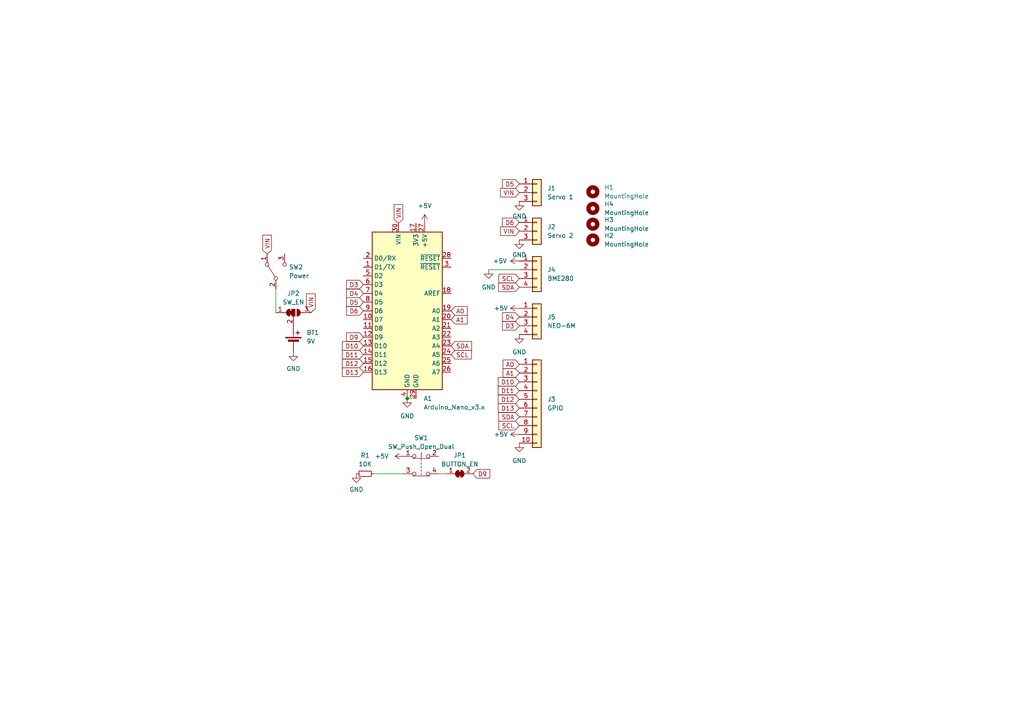
<source format=kicad_sch>
(kicad_sch (version 20230121) (generator eeschema)
  (paper "A4")
  (lib_symbols
    (symbol "Connector_Generic:Conn_01x03" (pin_names (offset 1.016) hide)
      (property "Reference" "J" (at 0 5.08 0))
      (property "Value" "Conn_01x03" (at 0 -5.08 0))
      (symbol "Conn_01x03_1_1"
        (rectangle (start -1.27 -2.413) (end 0 -2.667) (stroke (width 0.1524)))
        (rectangle (start -1.27 0.127) (end 0 -0.127) (stroke (width 0.1524)))
        (rectangle (start -1.27 2.667) (end 0 2.413) (stroke (width 0.1524)))
        (rectangle (start -1.27 3.81) (end 1.27 -3.81) (stroke (width 0.254)) (fill (type background)))
        (pin passive line (at -5.08 2.54 0) (length 3.81) (name "Pin_1") (number "1"))
        (pin passive line (at -5.08 0 0) (length 3.81) (name "Pin_2") (number "2"))
        (pin passive line (at -5.08 -2.54 0) (length 3.81) (name "Pin_3") (number "3"))
      )
    )
    (symbol "Connector_Generic:Conn_01x04" (pin_names (offset 1.016) hide)
      (property "Reference" "J" (at 0 5.08 0))
      (property "Value" "Conn_01x04" (at 0 -7.62 0))
      (symbol "Conn_01x04_1_1"
        (rectangle (start -1.27 -4.953) (end 0 -5.207) (stroke (width 0.1524)))
        (rectangle (start -1.27 -2.413) (end 0 -2.667) (stroke (width 0.1524)))
        (rectangle (start -1.27 0.127) (end 0 -0.127) (stroke (width 0.1524)))
        (rectangle (start -1.27 2.667) (end 0 2.413) (stroke (width 0.1524)))
        (rectangle (start -1.27 3.81) (end 1.27 -6.35) (stroke (width 0.254)) (fill (type background)))
        (pin passive line (at -5.08 2.54 0) (length 3.81) (name "Pin_1") (number "1"))
        (pin passive line (at -5.08 0 0) (length 3.81) (name "Pin_2") (number "2"))
        (pin passive line (at -5.08 -2.54 0) (length 3.81) (name "Pin_3") (number "3"))
        (pin passive line (at -5.08 -5.08 0) (length 3.81) (name "Pin_4") (number "4"))
      )
    )
    (symbol "Connector_Generic:Conn_01x10" (pin_names (offset 1.016) hide)
      (property "Reference" "J" (at 0 12.7 0))
      (property "Value" "Conn_01x10" (at 0 -15.24 0))
      (symbol "Conn_01x10_1_1"
        (rectangle (start -1.27 -12.573) (end 0 -12.827) (stroke (width 0.1524)))
        (rectangle (start -1.27 -10.033) (end 0 -10.287) (stroke (width 0.1524)))
        (rectangle (start -1.27 -7.493) (end 0 -7.747) (stroke (width 0.1524)))
        (rectangle (start -1.27 -4.953) (end 0 -5.207) (stroke (width 0.1524)))
        (rectangle (start -1.27 -2.413) (end 0 -2.667) (stroke (width 0.1524)))
        (rectangle (start -1.27 0.127) (end 0 -0.127) (stroke (width 0.1524)))
        (rectangle (start -1.27 2.667) (end 0 2.413) (stroke (width 0.1524)))
        (rectangle (start -1.27 5.207) (end 0 4.953) (stroke (width 0.1524)))
        (rectangle (start -1.27 7.747) (end 0 7.493) (stroke (width 0.1524)))
        (rectangle (start -1.27 10.287) (end 0 10.033) (stroke (width 0.1524)))
        (rectangle (start -1.27 11.43) (end 1.27 -13.97) (stroke (width 0.254)) (fill (type background)))
        (pin passive line (at -5.08 10.16 0) (length 3.81) (name "Pin_1") (number "1"))
        (pin passive line (at -5.08 -12.7 0) (length 3.81) (name "Pin_10") (number "10"))
        (pin passive line (at -5.08 7.62 0) (length 3.81) (name "Pin_2") (number "2"))
        (pin passive line (at -5.08 5.08 0) (length 3.81) (name "Pin_3") (number "3"))
        (pin passive line (at -5.08 2.54 0) (length 3.81) (name "Pin_4") (number "4"))
        (pin passive line (at -5.08 0 0) (length 3.81) (name "Pin_5") (number "5"))
        (pin passive line (at -5.08 -2.54 0) (length 3.81) (name "Pin_6") (number "6"))
        (pin passive line (at -5.08 -5.08 0) (length 3.81) (name "Pin_7") (number "7"))
        (pin passive line (at -5.08 -7.62 0) (length 3.81) (name "Pin_8") (number "8"))
        (pin passive line (at -5.08 -10.16 0) (length 3.81) (name "Pin_9") (number "9"))
      )
    )
    (symbol "Device:Battery_Cell" (pin_numbers hide) (pin_names (offset 0) hide)
      (property "Reference" "BT" (at 2.54 2.54 0))
      (property "Value" "Battery_Cell" (at 2.54 0 0))
      (symbol "Battery_Cell_0_1"
        (rectangle (start -2.286 1.778) (end 2.286 1.524) (fill (type outline)))
        (rectangle (start -1.524 1.016) (end 1.524 0.508) (fill (type outline)))
        (polyline (pts (xy 0 0.762) (xy 0 0)))
        (polyline (pts (xy 0 1.778) (xy 0 2.54)))
        (polyline (pts (xy 0.762 3.048) (xy 1.778 3.048)) (stroke (width 0.254)))
        (polyline (pts (xy 1.27 3.556) (xy 1.27 2.54)) (stroke (width 0.254)))
      )
      (symbol "Battery_Cell_1_1"
        (pin passive line (at 0 5.08 270) (length 2.54) (name "+") (number "1"))
        (pin passive line (at 0 -2.54 90) (length 2.54) (name "-") (number "2"))
      )
    )
    (symbol "Device:R_Small" (pin_numbers hide) (pin_names (offset 0.254) hide)
      (property "Reference" "R" (at 0.762 0.508 0))
      (property "Value" "R_Small" (at 0.762 -1.016 0))
      (symbol "R_Small_0_1"
        (rectangle (start -0.762 1.778) (end 0.762 -1.778) (stroke (width 0.2032)))
      )
      (symbol "R_Small_1_1"
        (pin passive line (at 0 2.54 270) (length 0.762) (name "~") (number "1"))
        (pin passive line (at 0 -2.54 90) (length 0.762) (name "~") (number "2"))
      )
    )
    (symbol "Jumper:SolderJumper_2_Bridged" (pin_names (offset 0) hide)
      (property "Reference" "JP" (at 0 2.032 0))
      (property "Value" "SolderJumper_2_Bridged" (at 0 -2.54 0))
      (symbol "SolderJumper_2_Bridged_0_1"
        (rectangle (start -0.508 0.508) (end 0.508 -0.508) (fill (type outline)))
        (arc (start -0.254 1.016) (mid -1.2656 0) (end -0.254 -1.016))
        (arc (start -0.254 1.016) (mid -1.2656 0) (end -0.254 -1.016) (fill (type outline)))
        (polyline (pts (xy -0.254 1.016) (xy -0.254 -1.016)))
        (polyline (pts (xy 0.254 1.016) (xy 0.254 -1.016)))
        (arc (start 0.254 -1.016) (mid 1.2656 0) (end 0.254 1.016))
        (arc (start 0.254 -1.016) (mid 1.2656 0) (end 0.254 1.016) (fill (type outline)))
      )
      (symbol "SolderJumper_2_Bridged_1_1"
        (pin passive line (at -3.81 0 0) (length 2.54) (name "A") (number "1"))
        (pin passive line (at 3.81 0 180) (length 2.54) (name "B") (number "2"))
      )
    )
    (symbol "Jumper:SolderJumper_3_Bridged12" (pin_names (offset 0) hide)
      (property "Reference" "JP" (at -2.54 -2.54 0))
      (property "Value" "SolderJumper_3_Bridged12" (at 0 2.794 0))
      (symbol "SolderJumper_3_Bridged12_0_1"
        (rectangle (start -1.016 0.508) (end -0.508 -0.508) (fill (type outline)))
        (arc (start -1.016 1.016) (mid -2.0276 0) (end -1.016 -1.016))
        (arc (start -1.016 1.016) (mid -2.0276 0) (end -1.016 -1.016) (fill (type outline)))
        (rectangle (start -0.508 1.016) (end 0.508 -1.016) (fill (type outline)))
        (polyline (pts (xy -2.54 0) (xy -2.032 0)))
        (polyline (pts (xy -1.016 1.016) (xy -1.016 -1.016)))
        (polyline (pts (xy 0 -1.27) (xy 0 -1.016)))
        (polyline (pts (xy 1.016 1.016) (xy 1.016 -1.016)))
        (polyline (pts (xy 2.54 0) (xy 2.032 0)))
        (arc (start 1.016 -1.016) (mid 2.0276 0) (end 1.016 1.016))
        (arc (start 1.016 -1.016) (mid 2.0276 0) (end 1.016 1.016) (fill (type outline)))
      )
      (symbol "SolderJumper_3_Bridged12_1_1"
        (pin passive line (at -5.08 0 0) (length 2.54) (name "A") (number "1"))
        (pin passive line (at 0 -3.81 90) (length 2.54) (name "C") (number "2"))
        (pin passive line (at 5.08 0 180) (length 2.54) (name "B") (number "3"))
      )
    )
    (symbol "MCU_Module:Arduino_Nano_v3.x"
      (property "Reference" "A" (at -10.16 23.495 0))
      (property "Value" "Arduino_Nano_v3.x" (at 5.08 -24.13 0))
      (symbol "Arduino_Nano_v3.x_0_1"
        (rectangle (start -10.16 22.86) (end 10.16 -22.86) (stroke (width 0.254)) (fill (type background)))
      )
      (symbol "Arduino_Nano_v3.x_1_1"
        (pin bidirectional line (at -12.7 12.7 0) (length 2.54) (name "D1/TX") (number "1"))
        (pin bidirectional line (at -12.7 -2.54 0) (length 2.54) (name "D7") (number "10"))
        (pin bidirectional line (at -12.7 -5.08 0) (length 2.54) (name "D8") (number "11"))
        (pin bidirectional line (at -12.7 -7.62 0) (length 2.54) (name "D9") (number "12"))
        (pin bidirectional line (at -12.7 -10.16 0) (length 2.54) (name "D10") (number "13"))
        (pin bidirectional line (at -12.7 -12.7 0) (length 2.54) (name "D11") (number "14"))
        (pin bidirectional line (at -12.7 -15.24 0) (length 2.54) (name "D12") (number "15"))
        (pin bidirectional line (at -12.7 -17.78 0) (length 2.54) (name "D13") (number "16"))
        (pin power_out line (at 2.54 25.4 270) (length 2.54) (name "3V3") (number "17"))
        (pin input line (at 12.7 5.08 180) (length 2.54) (name "AREF") (number "18"))
        (pin bidirectional line (at 12.7 0 180) (length 2.54) (name "A0") (number "19"))
        (pin bidirectional line (at -12.7 15.24 0) (length 2.54) (name "D0/RX") (number "2"))
        (pin bidirectional line (at 12.7 -2.54 180) (length 2.54) (name "A1") (number "20"))
        (pin bidirectional line (at 12.7 -5.08 180) (length 2.54) (name "A2") (number "21"))
        (pin bidirectional line (at 12.7 -7.62 180) (length 2.54) (name "A3") (number "22"))
        (pin bidirectional line (at 12.7 -10.16 180) (length 2.54) (name "A4") (number "23"))
        (pin bidirectional line (at 12.7 -12.7 180) (length 2.54) (name "A5") (number "24"))
        (pin bidirectional line (at 12.7 -15.24 180) (length 2.54) (name "A6") (number "25"))
        (pin bidirectional line (at 12.7 -17.78 180) (length 2.54) (name "A7") (number "26"))
        (pin power_out line (at 5.08 25.4 270) (length 2.54) (name "+5V") (number "27"))
        (pin input line (at 12.7 15.24 180) (length 2.54) (name "~{RESET}") (number "28"))
        (pin power_in line (at 2.54 -25.4 90) (length 2.54) (name "GND") (number "29"))
        (pin input line (at 12.7 12.7 180) (length 2.54) (name "~{RESET}") (number "3"))
        (pin power_in line (at -2.54 25.4 270) (length 2.54) (name "VIN") (number "30"))
        (pin power_in line (at 0 -25.4 90) (length 2.54) (name "GND") (number "4"))
        (pin bidirectional line (at -12.7 10.16 0) (length 2.54) (name "D2") (number "5"))
        (pin bidirectional line (at -12.7 7.62 0) (length 2.54) (name "D3") (number "6"))
        (pin bidirectional line (at -12.7 5.08 0) (length 2.54) (name "D4") (number "7"))
        (pin bidirectional line (at -12.7 2.54 0) (length 2.54) (name "D5") (number "8"))
        (pin bidirectional line (at -12.7 0 0) (length 2.54) (name "D6") (number "9"))
      )
    )
    (symbol "Mechanical:MountingHole" (pin_names (offset 1.016))
      (property "Reference" "H" (at 0 5.08 0))
      (property "Value" "MountingHole" (at 0 3.175 0))
      (symbol "MountingHole_0_1"
        (circle (center 0 0) (radius 1.27) (stroke (width 1.27)))
      )
    )
    (symbol "Switch:SW_Push_Open_Dual" (pin_names (offset 1.016) hide)
      (property "Reference" "SW" (at 1.27 2.54 0))
      (property "Value" "SW_Push_Open_Dual" (at 0 -6.985 0))
      (symbol "SW_Push_Open_Dual_0_1"
        (circle (center -2.032 -5.08) (radius 0.508))
        (circle (center -2.032 0) (radius 0.508))
        (polyline (pts (xy 0 -4.953) (xy 0 -5.461)))
        (polyline (pts (xy 0 -3.937) (xy 0 -4.445)))
        (polyline (pts (xy 0 -3.429) (xy 0 -2.921)))
        (polyline (pts (xy 0 -2.413) (xy 0 -1.905)))
        (polyline (pts (xy 0 -1.397) (xy 0 -0.889)))
        (polyline (pts (xy 0 -0.635) (xy 0 1.143)))
        (polyline (pts (xy 2.54 -5.715) (xy -2.54 -5.715)))
        (polyline (pts (xy 2.54 -0.635) (xy -2.54 -0.635)))
        (circle (center 2.032 -5.08) (radius 0.508))
        (circle (center 2.032 0) (radius 0.508))
        (pin passive line (at -5.08 0 0) (length 2.54) (name "1") (number "1"))
        (pin passive line (at 5.08 0 180) (length 2.54) (name "2") (number "2"))
        (pin passive line (at -5.08 -5.08 0) (length 2.54) (name "3") (number "3"))
        (pin passive line (at 5.08 -5.08 180) (length 2.54) (name "4") (number "4"))
      )
    )
    (symbol "Switch:SW_SPDT" (pin_names (offset 0) hide)
      (property "Reference" "SW" (at 0 4.318 0))
      (property "Value" "SW_SPDT" (at 0 -5.08 0))
      (symbol "SW_SPDT_0_0"
        (circle (center -2.032 0) (radius 0.508))
        (circle (center 2.032 -2.54) (radius 0.508))
      )
      (symbol "SW_SPDT_0_1"
        (polyline (pts (xy -1.524 0.254) (xy 1.651 2.286)))
        (circle (center 2.032 2.54) (radius 0.508))
      )
      (symbol "SW_SPDT_1_1"
        (pin passive line (at 5.08 2.54 180) (length 2.54) (name "A") (number "1"))
        (pin passive line (at -5.08 0 0) (length 2.54) (name "B") (number "2"))
        (pin passive line (at 5.08 -2.54 180) (length 2.54) (name "C") (number "3"))
      )
    )
    (symbol "power:+5V" (power) (pin_names (offset 0))
      (property "Value" "+5V" (at 0 3.556 0))
      (symbol "+5V_0_1"
        (polyline (pts (xy -0.762 1.27) (xy 0 2.54)))
        (polyline (pts (xy 0 0) (xy 0 2.54)))
        (polyline (pts (xy 0 2.54) (xy 0.762 1.27)))
      )
      (symbol "+5V_1_1"
        (pin power_in line (at 0 0 90) (length 0) hide (name "+5V") (number "1"))
      )
    )
    (symbol "power:GND" (power) (pin_names (offset 0))
      (property "Value" "GND" (at 0 -3.81 0))
      (symbol "GND_0_1"
        (polyline (pts (xy 0 0) (xy 0 -1.27) (xy 1.27 -1.27) (xy 0 -2.54) (xy -1.27 -1.27) (xy 0 -1.27)))
      )
      (symbol "GND_1_1"
        (pin power_in line (at 0 0 270) (length 0) hide (name "GND") (number "1"))
      )
    )
  )
  (junction (at 118.11 115.57))
  (wire (pts (xy 141.732 78.232) (xy 150.622 78.232)))
  (wire (pts (xy 118.11 115.57) (xy 120.65 115.57)))
  (wire (pts (xy 108.458 137.414) (xy 117.094 137.414)))
  (wire (pts (xy 129.54 137.414) (xy 127.254 137.414)))
  (wire (pts (xy 80.01 83.82) (xy 80.01 90.678)))
  (global_label "D12" (shape input) (at 150.622 115.824 180) (property "Intersheetrefs" "${INTERSHEET_REFS}" (effects hide)))
  (global_label "D10" (shape input) (at 150.622 110.744 180) (property "Intersheetrefs" "${INTERSHEET_REFS}" (effects hide)))
  (global_label "A1" (shape input) (at 150.622 108.204 180) (property "Intersheetrefs" "${INTERSHEET_REFS}" (effects hide)))
  (global_label "D9" (shape input) (at 105.41 97.79 180) (property "Intersheetrefs" "${INTERSHEET_REFS}" (effects hide)))
  (global_label "VIN" (shape input) (at 90.17 90.678 90) (property "Intersheetrefs" "${INTERSHEET_REFS}" (effects hide)))
  (global_label "A0" (shape input) (at 130.81 90.17 0) (property "Intersheetrefs" "${INTERSHEET_REFS}" (effects hide)))
  (global_label "D10" (shape input) (at 105.41 100.33 180) (property "Intersheetrefs" "${INTERSHEET_REFS}" (effects hide)))
  (global_label "D11" (shape input) (at 105.41 102.87 180) (property "Intersheetrefs" "${INTERSHEET_REFS}" (effects hide)))
  (global_label "SDA" (shape input) (at 150.622 83.312 180) (property "Intersheetrefs" "${INTERSHEET_REFS}" (effects hide)))
  (global_label "VIN" (shape input) (at 77.47 73.66 90) (property "Intersheetrefs" "${INTERSHEET_REFS}" (effects hide)))
  (global_label "A0" (shape input) (at 150.622 105.664 180) (property "Intersheetrefs" "${INTERSHEET_REFS}" (effects hide)))
  (global_label "VIN" (shape input) (at 150.622 55.88 180) (property "Intersheetrefs" "${INTERSHEET_REFS}" (effects hide)))
  (global_label "D6" (shape input) (at 105.41 90.17 180) (property "Intersheetrefs" "${INTERSHEET_REFS}" (effects hide)))
  (global_label "D6" (shape input) (at 150.622 64.516 180) (property "Intersheetrefs" "${INTERSHEET_REFS}" (effects hide)))
  (global_label "A1" (shape input) (at 130.81 92.71 0) (property "Intersheetrefs" "${INTERSHEET_REFS}" (effects hide)))
  (global_label "D12" (shape input) (at 105.41 105.41 180) (property "Intersheetrefs" "${INTERSHEET_REFS}" (effects hide)))
  (global_label "D3" (shape input) (at 105.41 82.55 180) (property "Intersheetrefs" "${INTERSHEET_REFS}" (effects hide)))
  (global_label "SCL" (shape input) (at 130.81 102.87 0) (property "Intersheetrefs" "${INTERSHEET_REFS}" (effects hide)))
  (global_label "SDA" (shape input) (at 150.622 120.904 180) (property "Intersheetrefs" "${INTERSHEET_REFS}" (effects hide)))
  (global_label "SCL" (shape input) (at 150.622 80.772 180) (property "Intersheetrefs" "${INTERSHEET_REFS}" (effects hide)))
  (global_label "D11" (shape input) (at 150.622 113.284 180) (property "Intersheetrefs" "${INTERSHEET_REFS}" (effects hide)))
  (global_label "D5" (shape input) (at 150.622 53.34 180) (property "Intersheetrefs" "${INTERSHEET_REFS}" (effects hide)))
  (global_label "D3" (shape input) (at 150.622 94.488 180) (property "Intersheetrefs" "${INTERSHEET_REFS}" (effects hide)))
  (global_label "D4" (shape input) (at 105.41 85.09 180) (property "Intersheetrefs" "${INTERSHEET_REFS}" (effects hide)))
  (global_label "D9" (shape input) (at 137.16 137.414 0) (property "Intersheetrefs" "${INTERSHEET_REFS}" (effects hide)))
  (global_label "SCL" (shape input) (at 150.622 123.444 180) (property "Intersheetrefs" "${INTERSHEET_REFS}" (effects hide)))
  (global_label "SDA" (shape input) (at 130.81 100.33 0) (property "Intersheetrefs" "${INTERSHEET_REFS}" (effects hide)))
  (global_label "VIN" (shape input) (at 115.57 64.77 90) (property "Intersheetrefs" "${INTERSHEET_REFS}" (effects hide)))
  (global_label "VIN" (shape input) (at 150.622 67.056 180) (property "Intersheetrefs" "${INTERSHEET_REFS}" (effects hide)))
  (global_label "D13" (shape input) (at 105.41 107.95 180) (property "Intersheetrefs" "${INTERSHEET_REFS}" (effects hide)))
  (global_label "D13" (shape input) (at 150.622 118.364 180) (property "Intersheetrefs" "${INTERSHEET_REFS}" (effects hide)))
  (global_label "D5" (shape input) (at 105.41 87.63 180) (property "Intersheetrefs" "${INTERSHEET_REFS}" (effects hide)))
  (global_label "D4" (shape input) (at 150.622 91.948 180) (property "Intersheetrefs" "${INTERSHEET_REFS}" (effects hide)))
  (symbol (lib_id "power:GND") (at 150.622 97.028 0) (unit 1)
    (property "Reference" "#PWR06" (effects hide))
    (property "Value" "GND" (at 150.622 102.108 0))
  )
  (symbol (lib_id "Connector_Generic:Conn_01x03") (at 155.702 55.88 0) (unit 1)
    (property "Reference" "J1" (at 158.75 54.61 0) (effects (justify left)))
    (property "Value" "Servo 1" (at 158.75 57.15 0) (effects (justify left)))
    (property "Footprint" "Connector_PinHeader_2.54mm:PinHeader_1x03_P2.54mm_Vertical" (effects hide))
  )
  (symbol (lib_id "Mechanical:MountingHole") (at 171.958 69.596 0) (unit 1)
    (property "Reference" "H2" (at 175.26 68.326 0) (effects (justify left)))
    (property "Value" "MountingHole" (at 175.26 70.866 0) (effects (justify left)))
    (property "Footprint" "MountingHole:MountingHole_2.2mm_M2" (effects hide))
  )
  (symbol (lib_id "power:GND") (at 103.378 137.414 0) (unit 1)
    (property "Reference" "#PWR09" (effects hide))
    (property "Value" "GND" (at 103.378 141.986 0))
  )
  (symbol (lib_id "Device:Battery_Cell") (at 85.09 99.568 0) (unit 1)
    (property "Reference" "BT1" (at 88.9 96.4565 0) (effects (justify left)))
    (property "Value" "9V" (at 88.9 98.9965 0) (effects (justify left)))
    (property "Footprint" "Connector_PinHeader_2.54mm:PinHeader_1x02_P2.54mm_Vertical" (effects hide))
  )
  (symbol (lib_id "Connector_Generic:Conn_01x10") (at 155.702 115.824 0) (unit 1)
    (property "Reference" "J3" (at 158.75 115.824 0) (effects (justify left)))
    (property "Value" "GPIO" (at 158.75 118.364 0) (effects (justify left)))
    (property "Footprint" "Connector_PinHeader_2.54mm:PinHeader_1x10_P2.54mm_Vertical" (effects hide))
  )
  (symbol (lib_id "power:GND") (at 118.11 115.57 0) (unit 1)
    (property "Reference" "#PWR08" (effects hide))
    (property "Value" "GND" (at 118.11 120.65 0))
  )
  (symbol (lib_id "Switch:SW_Push_Open_Dual") (at 122.174 132.334 0) (unit 1)
    (property "Reference" "SW1" (at 122.174 127 0))
    (property "Value" "SW_Push_Open_Dual" (at 122.174 129.54 0))
    (property "Footprint" "Button_Switch_THT:SW_PUSH_6mm" (effects hide))
  )
  (symbol (lib_id "power:GND") (at 141.732 78.232 0) (unit 1)
    (property "Reference" "#PWR05" (effects hide))
    (property "Value" "GND" (at 141.732 83.312 0))
  )
  (symbol (lib_id "power:+5V") (at 150.622 125.984 90) (unit 1)
    (property "Reference" "#PWR015" (effects hide))
    (property "Value" "+5V" (at 147.32 125.984 90) (effects (justify left)))
  )
  (symbol (lib_id "power:+5V") (at 117.094 132.334 90) (unit 1)
    (property "Reference" "#PWR010" (effects hide))
    (property "Value" "+5V" (at 112.776 132.334 90) (effects (justify left)))
  )
  (symbol (lib_id "power:GND") (at 150.622 128.524 0) (unit 1)
    (property "Reference" "#PWR014" (effects hide))
    (property "Value" "GND" (at 150.622 133.604 0))
  )
  (symbol (lib_id "power:GND") (at 85.09 102.108 0) (unit 1)
    (property "Reference" "#PWR07" (effects hide))
    (property "Value" "GND" (at 85.09 106.934 0))
  )
  (symbol (lib_id "Connector_Generic:Conn_01x03") (at 155.702 67.056 0) (unit 1)
    (property "Reference" "J2" (at 158.75 65.786 0) (effects (justify left)))
    (property "Value" "Servo 2" (at 158.75 68.326 0) (effects (justify left)))
    (property "Footprint" "Connector_PinHeader_2.54mm:PinHeader_1x03_P2.54mm_Vertical" (effects hide))
  )
  (symbol (lib_id "power:+5V") (at 150.622 89.408 90) (unit 1)
    (property "Reference" "#PWR011" (effects hide))
    (property "Value" "+5V" (at 147.32 89.408 90) (effects (justify left)))
  )
  (symbol (lib_id "Jumper:SolderJumper_2_Bridged") (at 133.35 137.414 0) (unit 1)
    (property "Reference" "JP1" (at 133.35 132.08 0))
    (property "Value" "BUTTON_EN" (at 133.35 134.62 0))
    (property "Footprint" "Jumper:SolderJumper-2_P1.3mm_Bridged_RoundedPad1.0x1.5mm" (effects hide))
  )
  (symbol (lib_id "Connector_Generic:Conn_01x04") (at 155.702 91.948 0) (unit 1)
    (property "Reference" "J5" (at 158.75 91.948 0) (effects (justify left)))
    (property "Value" "NEO-6M" (at 158.75 94.488 0) (effects (justify left)))
    (property "Footprint" "Connector_PinHeader_2.54mm:PinHeader_1x04_P2.54mm_Vertical" (effects hide))
  )
  (symbol (lib_id "Jumper:SolderJumper_3_Bridged12") (at 85.09 90.678 0) (unit 1)
    (property "Reference" "JP2" (at 85.09 85.09 0))
    (property "Value" "SW_EN" (at 85.09 87.63 0))
    (property "Footprint" "Jumper:SolderJumper-3_P1.3mm_Bridged12_RoundedPad1.0x1.5mm_NumberLabels" (effects hide))
  )
  (symbol (lib_id "Mechanical:MountingHole") (at 171.958 55.626 0) (unit 1)
    (property "Reference" "H1" (at 175.26 54.356 0) (effects (justify left)))
    (property "Value" "MountingHole" (at 175.26 56.896 0) (effects (justify left)))
    (property "Footprint" "MountingHole:MountingHole_2.2mm_M2" (effects hide))
  )
  (symbol (lib_id "Switch:SW_SPDT") (at 80.01 78.74 90) (unit 1)
    (property "Reference" "SW2" (at 83.82 77.47 90) (effects (justify right)))
    (property "Value" "Power" (at 83.82 80.01 90) (effects (justify right)))
    (property "Footprint" "Button_Switch_THT:SW_SPDT" (effects hide))
  )
  (symbol (lib_id "power:GND") (at 150.622 58.42 0) (unit 1)
    (property "Reference" "#PWR013" (effects hide))
    (property "Value" "GND" (at 150.622 62.738 0))
  )
  (symbol (lib_id "Mechanical:MountingHole") (at 171.958 65.024 0) (unit 1)
    (property "Reference" "H3" (at 175.26 63.754 0) (effects (justify left)))
    (property "Value" "MountingHole" (at 175.26 66.294 0) (effects (justify left)))
    (property "Footprint" "MountingHole:MountingHole_2.2mm_M2" (effects hide))
  )
  (symbol (lib_id "Mechanical:MountingHole") (at 171.958 60.452 0) (unit 1)
    (property "Reference" "H4" (at 175.26 59.182 0) (effects (justify left)))
    (property "Value" "MountingHole" (at 175.26 61.722 0) (effects (justify left)))
    (property "Footprint" "MountingHole:MountingHole_2.2mm_M2" (effects hide))
  )
  (symbol (lib_id "Connector_Generic:Conn_01x04") (at 155.702 78.232 0) (unit 1)
    (property "Reference" "J4" (at 158.75 78.232 0) (effects (justify left)))
    (property "Value" "BME280" (at 158.75 80.772 0) (effects (justify left)))
    (property "Footprint" "Connector_PinHeader_2.54mm:PinHeader_1x04_P2.54mm_Vertical" (effects hide))
  )
  (symbol (lib_id "MCU_Module:Arduino_Nano_v3.x") (at 118.11 90.17 0) (unit 1)
    (property "Reference" "A1" (at 122.8441 115.57 0) (effects (justify left)))
    (property "Value" "Arduino_Nano_v3.x" (at 122.8441 118.11 0) (effects (justify left)))
    (property "Footprint" "Module:Arduino_Nano" (effects hide))
    (property "Datasheet" "http://www.mouser.com/pdfdocs/Gravitech_Arduino_Nano3_0.pdf" (effects hide))
  )
  (symbol (lib_id "power:+5V") (at 123.19 64.77 0) (unit 1)
    (property "Reference" "#PWR02" (effects hide))
    (property "Value" "+5V" (at 123.19 59.69 0))
  )
  (symbol (lib_id "Device:R_Small") (at 105.918 137.414 90) (unit 1)
    (property "Reference" "R1" (at 105.918 132.08 90))
    (property "Value" "10K" (at 105.918 134.62 90))
    (property "Footprint" "Resistor_THT:R_Axial_DIN0207_L6.3mm_D2.5mm_P10.16mm_Horizontal" (effects hide))
  )
  (symbol (lib_id "power:+5V") (at 150.622 75.692 90) (unit 1)
    (property "Reference" "#PWR04" (effects hide))
    (property "Value" "+5V" (at 147.066 75.692 90) (effects (justify left)))
  )
  (symbol (lib_id "power:GND") (at 150.622 69.596 0) (unit 1)
    (property "Reference" "#PWR03" (effects hide))
    (property "Value" "GND" (at 150.622 73.914 0))
  )
)
</source>
